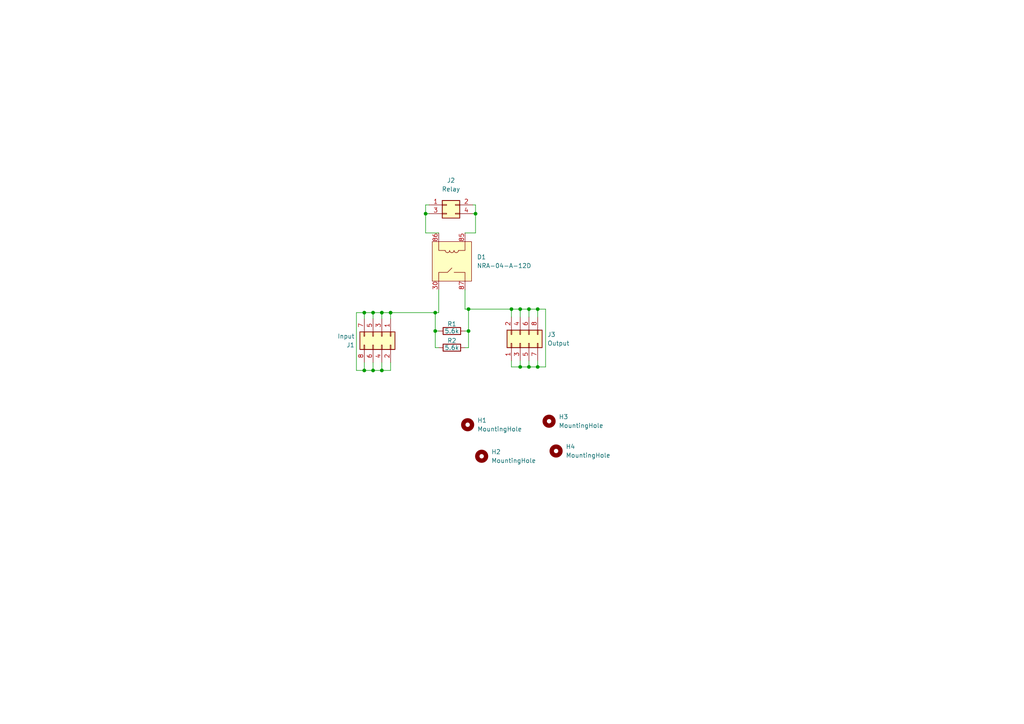
<source format=kicad_sch>
(kicad_sch (version 20211123) (generator eeschema)
  (paper "A4")
  (lib_symbols
    (symbol "Connector_Generic:Conn_02x02_Odd_Even" (pin_names (offset 1.016) hide)
      (property "Reference" "J" (at 1.27 2.54 0))
      (property "Value" "Conn_02x02_Odd_Even" (at 1.27 -5.08 0))
      (symbol "Conn_02x02_Odd_Even_1_1"
        (rectangle (start -1.27 -2.413) (end 0 -2.667) (stroke (width 0.1524)))
        (rectangle (start -1.27 0.127) (end 0 -0.127) (stroke (width 0.1524)))
        (rectangle (start -1.27 1.27) (end 3.81 -3.81) (stroke (width 0.254)) (fill (type background)))
        (rectangle (start 3.81 -2.413) (end 2.54 -2.667) (stroke (width 0.1524)))
        (rectangle (start 3.81 0.127) (end 2.54 -0.127) (stroke (width 0.1524)))
        (pin passive line (at -5.08 0 0) (length 3.81) (name "Pin_1") (number "1"))
        (pin passive line (at 7.62 0 180) (length 3.81) (name "Pin_2") (number "2"))
        (pin passive line (at -5.08 -2.54 0) (length 3.81) (name "Pin_3") (number "3"))
        (pin passive line (at 7.62 -2.54 180) (length 3.81) (name "Pin_4") (number "4"))
      )
    )
    (symbol "Connector_Generic:Conn_02x04_Odd_Even" (pin_names (offset 1.016) hide)
      (property "Reference" "J" (at 1.27 5.08 0))
      (property "Value" "Conn_02x04_Odd_Even" (at 1.27 -7.62 0))
      (symbol "Conn_02x04_Odd_Even_1_1"
        (rectangle (start -1.27 -4.953) (end 0 -5.207) (stroke (width 0.1524)))
        (rectangle (start -1.27 -2.413) (end 0 -2.667) (stroke (width 0.1524)))
        (rectangle (start -1.27 0.127) (end 0 -0.127) (stroke (width 0.1524)))
        (rectangle (start -1.27 2.667) (end 0 2.413) (stroke (width 0.1524)))
        (rectangle (start -1.27 3.81) (end 3.81 -6.35) (stroke (width 0.254)) (fill (type background)))
        (rectangle (start 3.81 -4.953) (end 2.54 -5.207) (stroke (width 0.1524)))
        (rectangle (start 3.81 -2.413) (end 2.54 -2.667) (stroke (width 0.1524)))
        (rectangle (start 3.81 0.127) (end 2.54 -0.127) (stroke (width 0.1524)))
        (rectangle (start 3.81 2.667) (end 2.54 2.413) (stroke (width 0.1524)))
        (pin passive line (at -5.08 2.54 0) (length 3.81) (name "Pin_1") (number "1"))
        (pin passive line (at 7.62 2.54 180) (length 3.81) (name "Pin_2") (number "2"))
        (pin passive line (at -5.08 0 0) (length 3.81) (name "Pin_3") (number "3"))
        (pin passive line (at 7.62 0 180) (length 3.81) (name "Pin_4") (number "4"))
        (pin passive line (at -5.08 -2.54 0) (length 3.81) (name "Pin_5") (number "5"))
        (pin passive line (at 7.62 -2.54 180) (length 3.81) (name "Pin_6") (number "6"))
        (pin passive line (at -5.08 -5.08 0) (length 3.81) (name "Pin_7") (number "7"))
        (pin passive line (at 7.62 -5.08 180) (length 3.81) (name "Pin_8") (number "8"))
      )
    )
    (symbol "Device:R" (pin_numbers hide) (pin_names (offset 0))
      (property "Reference" "R" (at 2.032 0 90))
      (property "Value" "R" (at 0 0 90))
      (symbol "R_0_1"
        (rectangle (start -1.016 -2.54) (end 1.016 2.54) (stroke (width 0.254)))
      )
      (symbol "R_1_1"
        (pin passive line (at 0 3.81 270) (length 1.27) (name "~") (number "1"))
        (pin passive line (at 0 -3.81 90) (length 1.27) (name "~") (number "2"))
      )
    )
    (symbol "Mechanical:MountingHole" (pin_names (offset 1.016))
      (property "Reference" "H" (at 0 5.08 0))
      (property "Value" "MountingHole" (at 0 3.175 0))
      (symbol "MountingHole_0_1"
        (circle (center 0 0) (radius 1.27) (stroke (width 1.27)))
      )
    )
    (symbol "Relay_My:NRA-04-A-12D"
      (property "Reference" "D" (at 0 4.445 0))
      (property "Value" "NRA-04-A-12D" (at 0 1.905 0))
      (symbol "NRA-04-A-12D_0_1"
        (rectangle (start -5.715 0) (end 5.715 -11.43) (fill (type background)))
        (arc (start -3.175 -7.62) (mid -2.726 -7.434) (end -2.54 -6.985))
        (arc (start -3.175 -6.35) (mid -2.726 -6.164) (end -2.54 -5.715))
        (arc (start -3.175 -5.08) (mid -2.726 -4.894) (end -2.54 -4.445))
        (arc (start -2.54 -6.985) (mid -2.726 -6.536) (end -3.175 -6.35))
        (arc (start -2.54 -5.715) (mid -2.726 -5.266) (end -3.175 -5.08))
        (arc (start -2.54 -4.445) (mid -2.726 -3.996) (end -3.175 -3.81))
        (polyline (pts (xy -5.715 -9.525) (xy -3.175 -9.525) (xy -3.175 -7.62)))
        (polyline (pts (xy -5.715 -1.905) (xy -3.175 -1.905) (xy -3.175 -3.81)))
        (polyline (pts (xy 3.175 -5.08) (xy 3.175 -1.905) (xy 5.715 -1.905)))
        (polyline (pts (xy 5.715 -9.525) (xy 3.175 -9.525) (xy 3.175 -6.985) (xy 1.905 -5.715)))
      )
      (symbol "NRA-04-A-12D_1_1"
        (pin input line (at 8.255 -9.525 180) (length 2.54) (name "") (number "30"))
        (pin input line (at -8.255 -1.905 0) (length 2.54) (name "") (number "85"))
        (pin input line (at -8.255 -9.525 0) (length 2.54) (name "") (number "86"))
        (pin input line (at 8.255 -1.905 180) (length 2.54) (name "") (number "87"))
      )
    )
  )
  (junction (at 155.956 106.426))
  (junction (at 153.416 106.426))
  (junction (at 150.876 106.426))
  (junction (at 110.744 90.678))
  (junction (at 113.284 90.678))
  (junction (at 153.416 89.662))
  (junction (at 126.238 90.678))
  (junction (at 110.744 107.442))
  (junction (at 105.664 107.442))
  (junction (at 108.204 90.678))
  (junction (at 150.876 89.662))
  (junction (at 105.664 90.678))
  (junction (at 135.89 96.012))
  (junction (at 137.922 61.976))
  (junction (at 126.238 96.012))
  (junction (at 148.336 89.662))
  (junction (at 123.444 61.976))
  (junction (at 108.204 107.442))
  (junction (at 155.956 89.662))
  (junction (at 135.89 89.662))
  (wire (pts (xy 105.664 92.456) (xy 105.664 90.678)))
  (wire (pts (xy 126.238 100.838) (xy 127.254 100.838)))
  (wire (pts (xy 113.284 105.156) (xy 113.284 107.442)))
  (wire (pts (xy 137.922 59.436) (xy 137.922 61.976)))
  (wire (pts (xy 150.876 89.662) (xy 150.876 91.948)))
  (wire (pts (xy 153.416 104.648) (xy 153.416 106.426)))
  (wire (pts (xy 134.874 67.564) (xy 137.922 67.564)))
  (wire (pts (xy 108.204 90.678) (xy 110.744 90.678)))
  (wire (pts (xy 108.204 92.456) (xy 108.204 90.678)))
  (wire (pts (xy 153.416 106.426) (xy 150.876 106.426)))
  (wire (pts (xy 127.254 90.678) (xy 126.238 90.678)))
  (wire (pts (xy 148.336 106.426) (xy 148.336 104.648)))
  (wire (pts (xy 123.444 59.436) (xy 123.444 61.976)))
  (wire (pts (xy 126.238 96.012) (xy 126.238 100.838)))
  (wire (pts (xy 135.89 96.012) (xy 135.89 100.838)))
  (wire (pts (xy 134.874 96.012) (xy 135.89 96.012)))
  (wire (pts (xy 126.238 90.678) (xy 113.284 90.678)))
  (wire (pts (xy 105.664 107.442) (xy 108.204 107.442)))
  (wire (pts (xy 127.254 84.074) (xy 127.254 90.678)))
  (wire (pts (xy 150.876 106.426) (xy 148.336 106.426)))
  (wire (pts (xy 103.378 107.442) (xy 105.664 107.442)))
  (wire (pts (xy 155.956 91.948) (xy 155.956 89.662)))
  (wire (pts (xy 127.254 96.012) (xy 126.238 96.012)))
  (wire (pts (xy 110.744 90.678) (xy 113.284 90.678)))
  (wire (pts (xy 150.876 89.662) (xy 148.336 89.662)))
  (wire (pts (xy 105.664 105.156) (xy 105.664 107.442)))
  (wire (pts (xy 126.238 96.012) (xy 126.238 90.678)))
  (wire (pts (xy 135.89 89.662) (xy 135.89 96.012)))
  (wire (pts (xy 134.874 84.074) (xy 134.874 89.662)))
  (wire (pts (xy 105.664 90.678) (xy 103.378 90.678)))
  (wire (pts (xy 127.254 67.564) (xy 123.444 67.564)))
  (wire (pts (xy 148.336 89.662) (xy 135.89 89.662)))
  (wire (pts (xy 155.956 104.648) (xy 155.956 106.426)))
  (wire (pts (xy 123.444 67.564) (xy 123.444 61.976)))
  (wire (pts (xy 155.956 89.662) (xy 153.416 89.662)))
  (wire (pts (xy 135.89 100.838) (xy 134.874 100.838)))
  (wire (pts (xy 137.16 59.436) (xy 137.922 59.436)))
  (wire (pts (xy 153.416 89.662) (xy 153.416 91.948)))
  (wire (pts (xy 113.284 90.678) (xy 113.284 92.456)))
  (wire (pts (xy 124.46 59.436) (xy 123.444 59.436)))
  (wire (pts (xy 153.416 89.662) (xy 150.876 89.662)))
  (wire (pts (xy 110.744 107.442) (xy 113.284 107.442)))
  (wire (pts (xy 103.378 90.678) (xy 103.378 107.442)))
  (wire (pts (xy 150.876 104.648) (xy 150.876 106.426)))
  (wire (pts (xy 137.922 61.976) (xy 137.16 61.976)))
  (wire (pts (xy 110.744 92.456) (xy 110.744 90.678)))
  (wire (pts (xy 155.956 106.426) (xy 153.416 106.426)))
  (wire (pts (xy 158.242 106.426) (xy 158.242 89.662)))
  (wire (pts (xy 155.956 106.426) (xy 158.242 106.426)))
  (wire (pts (xy 123.444 61.976) (xy 124.46 61.976)))
  (wire (pts (xy 148.336 89.662) (xy 148.336 91.948)))
  (wire (pts (xy 105.664 90.678) (xy 108.204 90.678)))
  (wire (pts (xy 108.204 107.442) (xy 108.204 105.156)))
  (wire (pts (xy 108.204 107.442) (xy 110.744 107.442)))
  (wire (pts (xy 158.242 89.662) (xy 155.956 89.662)))
  (wire (pts (xy 137.922 67.564) (xy 137.922 61.976)))
  (wire (pts (xy 110.744 107.442) (xy 110.744 105.156)))
  (wire (pts (xy 134.874 89.662) (xy 135.89 89.662)))
  (symbol (lib_id "Mechanical:MountingHole") (at 159.258 122.174 0) (unit 1)
    (property "Reference" "H3" (at 162.052 120.9039 0) (effects (justify left)))
    (property "Value" "MountingHole" (at 162.052 123.4439 0) (effects (justify left)))
    (property "Footprint" "MountingHole:MountingHole_3.2mm_M3" (effects hide))
  )
  (symbol (lib_id "Connector_Generic:Conn_02x04_Odd_Even") (at 110.744 97.536 270) (unit 1)
    (property "Reference" "J1" (at 102.87 100.0761 90) (effects (justify right)))
    (property "Value" "Input" (at 102.87 97.5361 90) (effects (justify right)))
    (property "Footprint" "Connector_Molex:Molex_Micro-Fit_3.0_43045-0800_2x04_P3.00mm_Horizontal" (effects hide))
  )
  (symbol (lib_id "Device:R") (at 131.064 96.012 90) (unit 1)
    (property "Reference" "R1" (at 131.064 93.98 90))
    (property "Value" "5.6k" (at 131.064 96.012 90))
    (property "Footprint" "Resistor_THT:R_Axial_Power_L48.0mm_W12.5mm_P60.96mm" (effects hide))
  )
  (symbol (lib_id "Mechanical:MountingHole") (at 135.636 123.19 0) (unit 1)
    (property "Reference" "H1" (at 138.43 121.9199 0) (effects (justify left)))
    (property "Value" "MountingHole" (at 138.43 124.4599 0) (effects (justify left)))
    (property "Footprint" "MountingHole:MountingHole_3.2mm_M3" (effects hide))
  )
  (symbol (lib_id "Mechanical:MountingHole") (at 139.7 132.334 0) (unit 1)
    (property "Reference" "H2" (at 142.494 131.0639 0) (effects (justify left)))
    (property "Value" "MountingHole" (at 142.494 133.6039 0) (effects (justify left)))
    (property "Footprint" "MountingHole:MountingHole_3.2mm_M3" (effects hide))
  )
  (symbol (lib_id "Connector_Generic:Conn_02x02_Odd_Even") (at 129.54 59.436 0) (unit 1)
    (property "Reference" "J2" (at 130.81 52.324 0))
    (property "Value" "Relay" (at 130.81 54.864 0))
    (property "Footprint" "Connector_Molex:Molex_Micro-Fit_3.0_43045-0400_2x02_P3.00mm_Horizontal" (effects hide))
  )
  (symbol (lib_id "Relay_My:NRA-04-A-12D") (at 136.779 75.819 270) (unit 1)
    (property "Reference" "D1" (at 138.303 74.5489 90) (effects (justify left)))
    (property "Value" "NRA-04-A-12D" (at 138.303 77.0889 90) (effects (justify left)))
    (property "Footprint" "Relay_My:NRA-04-A-12D" (effects hide))
  )
  (symbol (lib_id "Mechanical:MountingHole") (at 161.29 130.81 0) (unit 1)
    (property "Reference" "H4" (at 164.084 129.5399 0) (effects (justify left)))
    (property "Value" "MountingHole" (at 164.084 132.0799 0) (effects (justify left)))
    (property "Footprint" "MountingHole:MountingHole_3.2mm_M3" (effects hide))
  )
  (symbol (lib_id "Connector_Generic:Conn_02x04_Odd_Even") (at 150.876 99.568 90) (unit 1)
    (property "Reference" "J3" (at 158.75 97.0279 90) (effects (justify right)))
    (property "Value" "Output" (at 158.75 99.5679 90) (effects (justify right)))
    (property "Footprint" "Connector_Molex:Molex_Micro-Fit_3.0_43045-0800_2x04_P3.00mm_Horizontal" (effects hide))
  )
  (symbol (lib_id "Device:R") (at 131.064 100.838 90) (unit 1)
    (property "Reference" "R2" (at 131.064 98.806 90))
    (property "Value" "5.6k" (at 131.064 100.838 90))
    (property "Footprint" "Resistor_THT:R_Axial_Power_L48.0mm_W12.5mm_P60.96mm" (effects hide))
  )
)
</source>
